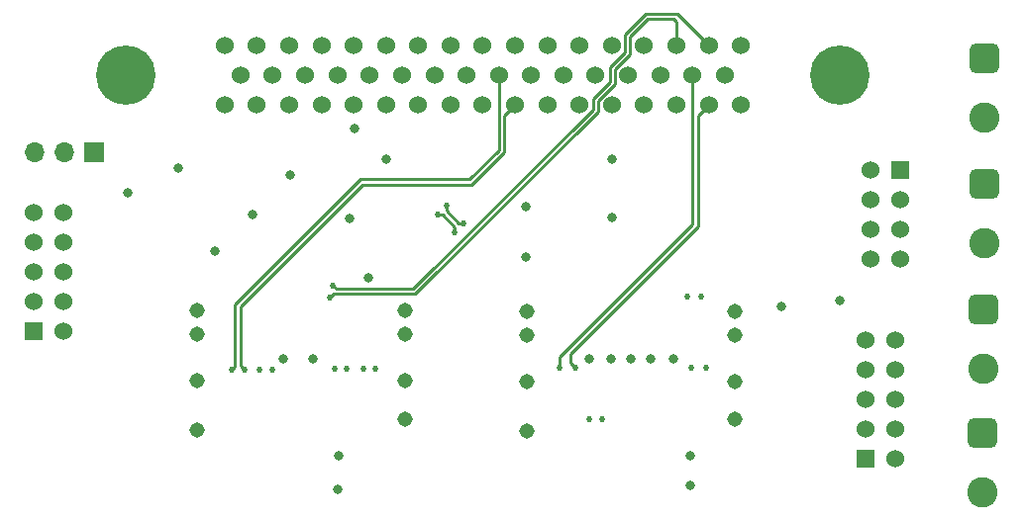
<source format=gbr>
%TF.GenerationSoftware,KiCad,Pcbnew,(6.0.4-0)*%
%TF.CreationDate,2023-07-13T10:21:46-07:00*%
%TF.ProjectId,CableAdapterBoard,4361626c-6541-4646-9170-746572426f61,rev?*%
%TF.SameCoordinates,Original*%
%TF.FileFunction,Copper,L5,Inr*%
%TF.FilePolarity,Positive*%
%FSLAX46Y46*%
G04 Gerber Fmt 4.6, Leading zero omitted, Abs format (unit mm)*
G04 Created by KiCad (PCBNEW (6.0.4-0)) date 2023-07-13 10:21:46*
%MOMM*%
%LPD*%
G01*
G04 APERTURE LIST*
G04 Aperture macros list*
%AMRoundRect*
0 Rectangle with rounded corners*
0 $1 Rounding radius*
0 $2 $3 $4 $5 $6 $7 $8 $9 X,Y pos of 4 corners*
0 Add a 4 corners polygon primitive as box body*
4,1,4,$2,$3,$4,$5,$6,$7,$8,$9,$2,$3,0*
0 Add four circle primitives for the rounded corners*
1,1,$1+$1,$2,$3*
1,1,$1+$1,$4,$5*
1,1,$1+$1,$6,$7*
1,1,$1+$1,$8,$9*
0 Add four rect primitives between the rounded corners*
20,1,$1+$1,$2,$3,$4,$5,0*
20,1,$1+$1,$4,$5,$6,$7,0*
20,1,$1+$1,$6,$7,$8,$9,0*
20,1,$1+$1,$8,$9,$2,$3,0*%
G04 Aperture macros list end*
%TA.AperFunction,ComponentPad*%
%ADD10R,1.700000X1.700000*%
%TD*%
%TA.AperFunction,ComponentPad*%
%ADD11O,1.700000X1.700000*%
%TD*%
%TA.AperFunction,ComponentPad*%
%ADD12C,1.308000*%
%TD*%
%TA.AperFunction,ComponentPad*%
%ADD13R,1.530000X1.530000*%
%TD*%
%TA.AperFunction,ComponentPad*%
%ADD14C,1.530000*%
%TD*%
%TA.AperFunction,ComponentPad*%
%ADD15RoundRect,0.650000X-0.650000X0.650000X-0.650000X-0.650000X0.650000X-0.650000X0.650000X0.650000X0*%
%TD*%
%TA.AperFunction,ComponentPad*%
%ADD16C,2.600000*%
%TD*%
%TA.AperFunction,ComponentPad*%
%ADD17C,1.524000*%
%TD*%
%TA.AperFunction,ComponentPad*%
%ADD18C,5.080000*%
%TD*%
%TA.AperFunction,ViaPad*%
%ADD19C,0.800000*%
%TD*%
%TA.AperFunction,ViaPad*%
%ADD20C,0.520700*%
%TD*%
%TA.AperFunction,Conductor*%
%ADD21C,0.228600*%
%TD*%
G04 APERTURE END LIST*
D10*
%TO.N,DGND*%
%TO.C,JP1*%
X103610000Y-82200000D03*
D11*
%TO.N,/d-sub-shield*%
X101070000Y-82200000D03*
%TO.N,AGND*%
X98530000Y-82200000D03*
%TD*%
D12*
%TO.N,DGND*%
%TO.C,J21*%
X158425000Y-105040000D03*
X158425000Y-101800000D03*
X158425000Y-97800000D03*
X158425000Y-95770000D03*
X140625000Y-95770000D03*
X140625000Y-97800000D03*
X140625000Y-101800000D03*
X140625000Y-106040000D03*
%TD*%
D13*
%TO.N,AGND*%
%TO.C,J2*%
X169595000Y-108422500D03*
D14*
%TO.N,unconnected-(J2-Pad02)*%
X169595000Y-105882500D03*
%TO.N,unconnected-(J2-Pad03)*%
X169595000Y-103342500D03*
%TO.N,unconnected-(J2-Pad04)*%
X169595000Y-100802500D03*
%TO.N,AGND*%
X169595000Y-98262500D03*
%TO.N,unconnected-(J2-Pad06)*%
X172135000Y-108422500D03*
%TO.N,unconnected-(J2-Pad07)*%
X172135000Y-105882500D03*
%TO.N,unconnected-(J2-Pad08)*%
X172135000Y-103342500D03*
%TO.N,/VDD2_Sense*%
X172135000Y-100802500D03*
%TO.N,/VDD1_Sense*%
X172135000Y-98262500D03*
%TD*%
D15*
%TO.N,DGND*%
%TO.C,TP4*%
X179600000Y-106220000D03*
D16*
%TO.N,/VDD2_Sense*%
X179600000Y-111300000D03*
%TD*%
D13*
%TO.N,AGND*%
%TO.C,J3*%
X98495000Y-97497500D03*
D14*
X98495000Y-94957500D03*
X98495000Y-92417500D03*
X98495000Y-89877500D03*
X98495000Y-87337500D03*
%TO.N,/HS_Vdiff*%
X101035000Y-97497500D03*
%TO.N,unconnected-(J3-Pad07)*%
X101035000Y-94957500D03*
%TO.N,/ADC_MON_VIN_P*%
X101035000Y-92417500D03*
%TO.N,/ADC_MON_VCOM*%
X101035000Y-89877500D03*
%TO.N,/ADC_MON_VIN_N*%
X101035000Y-87337500D03*
%TD*%
D15*
%TO.N,AGND*%
%TO.C,TP2*%
X179720000Y-84890000D03*
D16*
%TO.N,/VDD1*%
X179720000Y-89970000D03*
%TD*%
D15*
%TO.N,DGND*%
%TO.C,TP3*%
X179770000Y-74100000D03*
D16*
%TO.N,/VDD2*%
X179770000Y-79180000D03*
%TD*%
D12*
%TO.N,DGND*%
%TO.C,J31*%
X130225000Y-104990000D03*
X130225000Y-101750000D03*
X130225000Y-97750000D03*
X130225000Y-95720000D03*
X112425000Y-95720000D03*
X112425000Y-97750000D03*
X112425000Y-101750000D03*
X112425000Y-105990000D03*
%TD*%
D13*
%TO.N,AGND*%
%TO.C,J1*%
X172595000Y-83665000D03*
D14*
X172595000Y-86205000D03*
X172595000Y-88745000D03*
X172595000Y-91285000D03*
%TO.N,/VDD2*%
X170055000Y-83665000D03*
X170055000Y-86205000D03*
%TO.N,/VDD1*%
X170055000Y-88745000D03*
X170055000Y-91285000D03*
%TD*%
D17*
%TO.N,DGND*%
%TO.C,DSUB1*%
X158938600Y-78086500D03*
%TO.N,/RD_CLK_P*%
X156195400Y-78086500D03*
%TO.N,DGND*%
X153426800Y-78086500D03*
%TO.N,/DATA_OUT_1_P*%
X150658200Y-78086500D03*
%TO.N,DGND*%
X147915000Y-78086500D03*
%TO.N,/DATA_OUT_0_P*%
X145146400Y-78086500D03*
%TO.N,DGND*%
X142377800Y-78086500D03*
%TO.N,/ASIC_SR0_P*%
X139634600Y-78086500D03*
%TO.N,DGND*%
X136866000Y-78086500D03*
%TO.N,/WORD_CLK_0_N*%
X134097400Y-78086500D03*
%TO.N,/WORD_CLK_0_P*%
X131354200Y-78086500D03*
%TO.N,DGND*%
X128585600Y-78086500D03*
%TO.N,AGND*%
X125817000Y-78086500D03*
%TO.N,/HS_Vdiff*%
X123073800Y-78086500D03*
%TO.N,/VDD1*%
X120305200Y-78086500D03*
X117536600Y-78086500D03*
%TO.N,AGND*%
X114793400Y-78086500D03*
%TO.N,/VDD2*%
X157567000Y-75546500D03*
%TO.N,/RD_CLK_N*%
X154798400Y-75546500D03*
%TO.N,DGND*%
X152055200Y-75546500D03*
%TO.N,/DATA_OUT_1_N*%
X149286600Y-75546500D03*
%TO.N,DGND*%
X146518000Y-75546500D03*
%TO.N,/DATA_OUT_0_N*%
X143749400Y-75546500D03*
%TO.N,/ASIC_GR*%
X141006200Y-75546500D03*
%TO.N,/ASIC_SR0_N*%
X138237600Y-75546500D03*
%TO.N,DGND*%
X135469000Y-75546500D03*
%TO.N,/SACI_CMD_P*%
X132725800Y-75546500D03*
%TO.N,DGND*%
X129957200Y-75546500D03*
%TO.N,/SACI_CLK_P*%
X127188600Y-75546500D03*
%TO.N,/ASIC_SACI_SEL*%
X124445400Y-75546500D03*
%TO.N,AGND*%
X121676800Y-75546500D03*
%TO.N,/ADC_MON_VIN_P*%
X118908200Y-75546500D03*
%TO.N,AGND*%
X116165000Y-75546500D03*
%TO.N,/VDD2*%
X158938600Y-73006500D03*
%TO.N,/ASIC_SampClkEn_P*%
X156195400Y-73006500D03*
%TO.N,/ASIC_SampClkEn_N*%
X153426800Y-73006500D03*
%TO.N,/VDD2_Sense*%
X150658200Y-73006500D03*
%TO.N,DGND*%
X147915000Y-73006500D03*
%TO.N,/SACI_RESP_P*%
X145146400Y-73006500D03*
%TO.N,/SACI_RESP_N*%
X142377800Y-73006500D03*
%TO.N,DGND*%
X139634600Y-73006500D03*
X136866000Y-73006500D03*
%TO.N,/ASIC_PULSE*%
X134097400Y-73006500D03*
%TO.N,/SACI_CMD_N*%
X131354200Y-73006500D03*
%TO.N,DGND*%
X128585600Y-73006500D03*
%TO.N,/SACI_CLK_N*%
X125817000Y-73006500D03*
%TO.N,AGND*%
X123073800Y-73006500D03*
%TO.N,/ADC_MON_VCOM*%
X120305200Y-73006500D03*
%TO.N,/ADC_MON_VIN_N*%
X117536600Y-73006500D03*
%TO.N,/VDD1_Sense*%
X114793400Y-73006500D03*
D18*
%TO.N,/d-sub-shield*%
X106309800Y-75546500D03*
X167422200Y-75546500D03*
%TD*%
D15*
%TO.N,AGND*%
%TO.C,TP1*%
X179670000Y-95630000D03*
D16*
%TO.N,/VDD1_Sense*%
X179670000Y-100710000D03*
%TD*%
D19*
%TO.N,DGND*%
X119840000Y-99900000D03*
X147920000Y-87730000D03*
X162420000Y-95360000D03*
X145980000Y-99900000D03*
X110800000Y-83560000D03*
X125520000Y-87840000D03*
X114000000Y-90600000D03*
X128610000Y-82720000D03*
X140580000Y-86820000D03*
X125910000Y-80150000D03*
X140580000Y-91140000D03*
X117200000Y-87460000D03*
X124520000Y-108170000D03*
X147920000Y-82770000D03*
X154610000Y-108190000D03*
X120390000Y-84110000D03*
X153170000Y-99890000D03*
X122320000Y-99900000D03*
X149560000Y-99890000D03*
X151260000Y-99890000D03*
X147840000Y-99890000D03*
D20*
%TO.N,/RD_CLK_P*%
X144760000Y-100620000D03*
%TO.N,/DATA_OUT_1_P*%
X155510001Y-94499989D03*
%TO.N,/DATA_OUT_0_P*%
X155970000Y-100620000D03*
%TO.N,/ASIC_SR0_P*%
X116480006Y-100819991D03*
%TO.N,/WORD_CLK_0_N*%
X145999987Y-104999993D03*
X133746240Y-86753776D03*
X135239430Y-88246966D03*
%TO.N,/WORD_CLK_0_P*%
X147049998Y-104999993D03*
X134496962Y-88989433D03*
X133003773Y-87496244D03*
D19*
%TO.N,AGND*%
X167390000Y-94890000D03*
X154600000Y-110660000D03*
X106540000Y-85610000D03*
X124450000Y-111020000D03*
D20*
%TO.N,/RD_CLK_N*%
X143460000Y-100630000D03*
%TO.N,/DATA_OUT_1_N*%
X154359991Y-94499989D03*
%TO.N,/DATA_OUT_0_N*%
X154700000Y-100620000D03*
%TO.N,/ASIC_SR0_N*%
X115380008Y-100819991D03*
%TO.N,/SACI_CMD_P*%
X125270006Y-100740007D03*
%TO.N,/SACI_CLK_P*%
X118869993Y-100800002D03*
D19*
%TO.N,/ASIC_SACI_SEL*%
X127125000Y-92925000D03*
D20*
%TO.N,/ASIC_SampClkEn_P*%
X124060001Y-93590008D03*
%TO.N,/ASIC_SampClkEn_N*%
X123820000Y-94620000D03*
%TO.N,/SACI_RESP_P*%
X127650011Y-100670004D03*
%TO.N,/SACI_RESP_N*%
X126629998Y-100670004D03*
%TO.N,/SACI_CMD_N*%
X124170000Y-100730000D03*
%TO.N,/SACI_CLK_N*%
X117780003Y-100800002D03*
%TD*%
D21*
%TO.N,/RD_CLK_P*%
X144760000Y-100620000D02*
X144350001Y-100210001D01*
X144350001Y-100210001D02*
X144350001Y-99443199D01*
X144350001Y-99443199D02*
X155248401Y-88544799D01*
X155248401Y-79033499D02*
X156195400Y-78086500D01*
X155248401Y-88544799D02*
X155248401Y-79033499D01*
%TO.N,/ASIC_SR0_P*%
X138687601Y-82155599D02*
X138687601Y-79033499D01*
X116150001Y-95368199D02*
X126593200Y-84925000D01*
X116150001Y-100490001D02*
X116150001Y-95368199D01*
X126593200Y-84925000D02*
X135918200Y-84925000D01*
X116480000Y-100820000D02*
X116150001Y-100490001D01*
X138687601Y-79033499D02*
X139634600Y-78086500D01*
X135918200Y-84925000D02*
X138687601Y-82155599D01*
%TO.N,/WORD_CLK_0_N*%
X134815165Y-88246968D02*
X135239430Y-88246968D01*
X133746240Y-87178045D02*
X134815165Y-88246968D01*
X133746240Y-86753776D02*
X133746240Y-87178045D01*
%TO.N,/WORD_CLK_0_P*%
X133428041Y-87496244D02*
X134496966Y-88565167D01*
X133003773Y-87496244D02*
X133428041Y-87496244D01*
X134496966Y-88565167D02*
X134496966Y-88989432D01*
%TO.N,/RD_CLK_N*%
X143460000Y-100630000D02*
X143460000Y-99696800D01*
X154798400Y-88358400D02*
X154798400Y-75546500D01*
X143460000Y-99696800D02*
X154798400Y-88358400D01*
%TO.N,/ASIC_SR0_N*%
X126406800Y-84475000D02*
X135731800Y-84475000D01*
X115699999Y-100500001D02*
X115699999Y-95181801D01*
X115699999Y-95181801D02*
X126406800Y-84475000D01*
X135731800Y-84475000D02*
X138237600Y-81969200D01*
X138237600Y-81969200D02*
X138237600Y-75546500D01*
X115380000Y-100820000D02*
X115699999Y-100500001D01*
%TO.N,/ASIC_SampClkEn_P*%
X147746880Y-74862672D02*
X147997667Y-74611886D01*
X146271880Y-78484920D02*
X146271880Y-77622963D01*
X146275000Y-77588913D02*
X147746880Y-76117033D01*
X147997667Y-74611886D02*
X148996400Y-73613152D01*
X148996400Y-73613152D02*
X148996400Y-72073146D01*
X124341880Y-93871880D02*
X130884920Y-93871880D01*
X150772667Y-70296880D02*
X153327333Y-70296880D01*
X148996400Y-72073146D02*
X149247187Y-71822360D01*
X153327333Y-70296880D02*
X153355453Y-70325000D01*
X124060000Y-93590000D02*
X124341880Y-93871880D01*
X153513900Y-70325000D02*
X156195400Y-73006500D01*
X149247187Y-71822360D02*
X150772667Y-70296880D01*
X130884920Y-93871880D02*
X146271880Y-78484920D01*
X146271880Y-77622963D02*
X146275000Y-77619843D01*
X153355453Y-70325000D02*
X153513900Y-70325000D01*
X147746880Y-76117033D02*
X147746880Y-74862672D01*
X146275000Y-77619843D02*
X146275000Y-77588913D01*
%TO.N,/ASIC_SampClkEn_N*%
X153150000Y-70725000D02*
X150950000Y-70725000D01*
X146839189Y-77661107D02*
X146700000Y-77800296D01*
X150950000Y-70725000D02*
X149424520Y-72250480D01*
X153426800Y-73006500D02*
X153426800Y-71001800D01*
X147489607Y-77010689D02*
X147469383Y-77010689D01*
X149424520Y-73790486D02*
X148175000Y-75040006D01*
X147469383Y-77010689D02*
X146839189Y-77640883D01*
X149424520Y-72250480D02*
X149424520Y-73790486D01*
X131093200Y-94300000D02*
X124140000Y-94300000D01*
X124140000Y-94300000D02*
X123820000Y-94620000D01*
X153426800Y-71001800D02*
X153150000Y-70725000D01*
X146700000Y-77800296D02*
X146700000Y-78693200D01*
X146839189Y-77640883D02*
X146839189Y-77661107D01*
X148175000Y-75040006D02*
X148175000Y-76325296D01*
X146700000Y-78693200D02*
X131093200Y-94300000D01*
X148175000Y-76325296D02*
X147489607Y-77010689D01*
%TD*%
M02*

</source>
